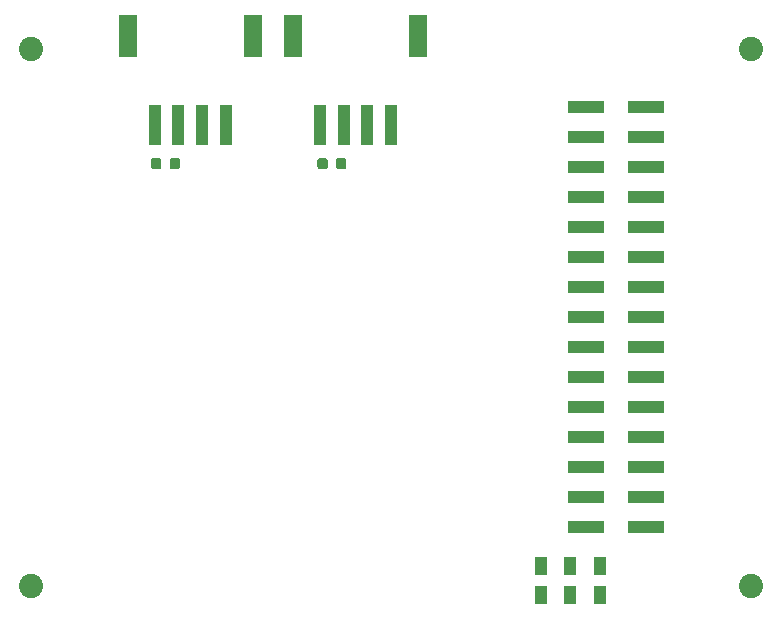
<source format=gbp>
G04 #@! TF.GenerationSoftware,KiCad,Pcbnew,(5.0.0)*
G04 #@! TF.CreationDate,2020-06-15T03:52:37+09:00*
G04 #@! TF.ProjectId,WioTerminal_M5Adapter,57696F5465726D696E616C5F4D354164,rev?*
G04 #@! TF.SameCoordinates,PX206cc80PYfe6f74f0*
G04 #@! TF.FileFunction,Paste,Bot*
G04 #@! TF.FilePolarity,Positive*
%FSLAX46Y46*%
G04 Gerber Fmt 4.6, Leading zero omitted, Abs format (unit mm)*
G04 Created by KiCad (PCBNEW (5.0.0)) date 06/15/20 03:52:37*
%MOMM*%
%LPD*%
G01*
G04 APERTURE LIST*
%ADD10C,2.050000*%
%ADD11R,1.000000X1.600000*%
%ADD12C,0.100000*%
%ADD13C,0.875000*%
%ADD14R,1.000000X3.400000*%
%ADD15R,1.500000X3.600000*%
%ADD16R,3.150000X1.000000*%
G04 APERTURE END LIST*
D10*
G04 #@! TO.C,MH4*
X-30500000Y22750000D03*
G04 #@! TD*
G04 #@! TO.C,MH1*
X-30500000Y-22750000D03*
G04 #@! TD*
G04 #@! TO.C,MH2*
X30500000Y-22750000D03*
G04 #@! TD*
G04 #@! TO.C,MH3*
X30500000Y22750000D03*
G04 #@! TD*
D11*
G04 #@! TO.C,SW1*
X17700000Y-21100000D03*
X15200000Y-21100000D03*
X12700000Y-21100000D03*
X12700000Y-23500000D03*
X17700000Y-23500000D03*
X15200000Y-23500000D03*
G04 #@! TD*
D12*
G04 #@! TO.C,C12*
G36*
X-5547309Y13473947D02*
X-5526074Y13470797D01*
X-5505250Y13465581D01*
X-5485038Y13458349D01*
X-5465632Y13449170D01*
X-5447219Y13438134D01*
X-5429976Y13425346D01*
X-5414070Y13410930D01*
X-5399654Y13395024D01*
X-5386866Y13377781D01*
X-5375830Y13359368D01*
X-5366651Y13339962D01*
X-5359419Y13319750D01*
X-5354203Y13298926D01*
X-5351053Y13277691D01*
X-5350000Y13256250D01*
X-5350000Y12743750D01*
X-5351053Y12722309D01*
X-5354203Y12701074D01*
X-5359419Y12680250D01*
X-5366651Y12660038D01*
X-5375830Y12640632D01*
X-5386866Y12622219D01*
X-5399654Y12604976D01*
X-5414070Y12589070D01*
X-5429976Y12574654D01*
X-5447219Y12561866D01*
X-5465632Y12550830D01*
X-5485038Y12541651D01*
X-5505250Y12534419D01*
X-5526074Y12529203D01*
X-5547309Y12526053D01*
X-5568750Y12525000D01*
X-6006250Y12525000D01*
X-6027691Y12526053D01*
X-6048926Y12529203D01*
X-6069750Y12534419D01*
X-6089962Y12541651D01*
X-6109368Y12550830D01*
X-6127781Y12561866D01*
X-6145024Y12574654D01*
X-6160930Y12589070D01*
X-6175346Y12604976D01*
X-6188134Y12622219D01*
X-6199170Y12640632D01*
X-6208349Y12660038D01*
X-6215581Y12680250D01*
X-6220797Y12701074D01*
X-6223947Y12722309D01*
X-6225000Y12743750D01*
X-6225000Y13256250D01*
X-6223947Y13277691D01*
X-6220797Y13298926D01*
X-6215581Y13319750D01*
X-6208349Y13339962D01*
X-6199170Y13359368D01*
X-6188134Y13377781D01*
X-6175346Y13395024D01*
X-6160930Y13410930D01*
X-6145024Y13425346D01*
X-6127781Y13438134D01*
X-6109368Y13449170D01*
X-6089962Y13458349D01*
X-6069750Y13465581D01*
X-6048926Y13470797D01*
X-6027691Y13473947D01*
X-6006250Y13475000D01*
X-5568750Y13475000D01*
X-5547309Y13473947D01*
X-5547309Y13473947D01*
G37*
D13*
X-5787500Y13000000D03*
D12*
G36*
X-3972309Y13473947D02*
X-3951074Y13470797D01*
X-3930250Y13465581D01*
X-3910038Y13458349D01*
X-3890632Y13449170D01*
X-3872219Y13438134D01*
X-3854976Y13425346D01*
X-3839070Y13410930D01*
X-3824654Y13395024D01*
X-3811866Y13377781D01*
X-3800830Y13359368D01*
X-3791651Y13339962D01*
X-3784419Y13319750D01*
X-3779203Y13298926D01*
X-3776053Y13277691D01*
X-3775000Y13256250D01*
X-3775000Y12743750D01*
X-3776053Y12722309D01*
X-3779203Y12701074D01*
X-3784419Y12680250D01*
X-3791651Y12660038D01*
X-3800830Y12640632D01*
X-3811866Y12622219D01*
X-3824654Y12604976D01*
X-3839070Y12589070D01*
X-3854976Y12574654D01*
X-3872219Y12561866D01*
X-3890632Y12550830D01*
X-3910038Y12541651D01*
X-3930250Y12534419D01*
X-3951074Y12529203D01*
X-3972309Y12526053D01*
X-3993750Y12525000D01*
X-4431250Y12525000D01*
X-4452691Y12526053D01*
X-4473926Y12529203D01*
X-4494750Y12534419D01*
X-4514962Y12541651D01*
X-4534368Y12550830D01*
X-4552781Y12561866D01*
X-4570024Y12574654D01*
X-4585930Y12589070D01*
X-4600346Y12604976D01*
X-4613134Y12622219D01*
X-4624170Y12640632D01*
X-4633349Y12660038D01*
X-4640581Y12680250D01*
X-4645797Y12701074D01*
X-4648947Y12722309D01*
X-4650000Y12743750D01*
X-4650000Y13256250D01*
X-4648947Y13277691D01*
X-4645797Y13298926D01*
X-4640581Y13319750D01*
X-4633349Y13339962D01*
X-4624170Y13359368D01*
X-4613134Y13377781D01*
X-4600346Y13395024D01*
X-4585930Y13410930D01*
X-4570024Y13425346D01*
X-4552781Y13438134D01*
X-4534368Y13449170D01*
X-4514962Y13458349D01*
X-4494750Y13465581D01*
X-4473926Y13470797D01*
X-4452691Y13473947D01*
X-4431250Y13475000D01*
X-3993750Y13475000D01*
X-3972309Y13473947D01*
X-3972309Y13473947D01*
G37*
D13*
X-4212500Y13000000D03*
G04 #@! TD*
D12*
G04 #@! TO.C,C13*
G36*
X-18059809Y13473947D02*
X-18038574Y13470797D01*
X-18017750Y13465581D01*
X-17997538Y13458349D01*
X-17978132Y13449170D01*
X-17959719Y13438134D01*
X-17942476Y13425346D01*
X-17926570Y13410930D01*
X-17912154Y13395024D01*
X-17899366Y13377781D01*
X-17888330Y13359368D01*
X-17879151Y13339962D01*
X-17871919Y13319750D01*
X-17866703Y13298926D01*
X-17863553Y13277691D01*
X-17862500Y13256250D01*
X-17862500Y12743750D01*
X-17863553Y12722309D01*
X-17866703Y12701074D01*
X-17871919Y12680250D01*
X-17879151Y12660038D01*
X-17888330Y12640632D01*
X-17899366Y12622219D01*
X-17912154Y12604976D01*
X-17926570Y12589070D01*
X-17942476Y12574654D01*
X-17959719Y12561866D01*
X-17978132Y12550830D01*
X-17997538Y12541651D01*
X-18017750Y12534419D01*
X-18038574Y12529203D01*
X-18059809Y12526053D01*
X-18081250Y12525000D01*
X-18518750Y12525000D01*
X-18540191Y12526053D01*
X-18561426Y12529203D01*
X-18582250Y12534419D01*
X-18602462Y12541651D01*
X-18621868Y12550830D01*
X-18640281Y12561866D01*
X-18657524Y12574654D01*
X-18673430Y12589070D01*
X-18687846Y12604976D01*
X-18700634Y12622219D01*
X-18711670Y12640632D01*
X-18720849Y12660038D01*
X-18728081Y12680250D01*
X-18733297Y12701074D01*
X-18736447Y12722309D01*
X-18737500Y12743750D01*
X-18737500Y13256250D01*
X-18736447Y13277691D01*
X-18733297Y13298926D01*
X-18728081Y13319750D01*
X-18720849Y13339962D01*
X-18711670Y13359368D01*
X-18700634Y13377781D01*
X-18687846Y13395024D01*
X-18673430Y13410930D01*
X-18657524Y13425346D01*
X-18640281Y13438134D01*
X-18621868Y13449170D01*
X-18602462Y13458349D01*
X-18582250Y13465581D01*
X-18561426Y13470797D01*
X-18540191Y13473947D01*
X-18518750Y13475000D01*
X-18081250Y13475000D01*
X-18059809Y13473947D01*
X-18059809Y13473947D01*
G37*
D13*
X-18300000Y13000000D03*
D12*
G36*
X-19634809Y13473947D02*
X-19613574Y13470797D01*
X-19592750Y13465581D01*
X-19572538Y13458349D01*
X-19553132Y13449170D01*
X-19534719Y13438134D01*
X-19517476Y13425346D01*
X-19501570Y13410930D01*
X-19487154Y13395024D01*
X-19474366Y13377781D01*
X-19463330Y13359368D01*
X-19454151Y13339962D01*
X-19446919Y13319750D01*
X-19441703Y13298926D01*
X-19438553Y13277691D01*
X-19437500Y13256250D01*
X-19437500Y12743750D01*
X-19438553Y12722309D01*
X-19441703Y12701074D01*
X-19446919Y12680250D01*
X-19454151Y12660038D01*
X-19463330Y12640632D01*
X-19474366Y12622219D01*
X-19487154Y12604976D01*
X-19501570Y12589070D01*
X-19517476Y12574654D01*
X-19534719Y12561866D01*
X-19553132Y12550830D01*
X-19572538Y12541651D01*
X-19592750Y12534419D01*
X-19613574Y12529203D01*
X-19634809Y12526053D01*
X-19656250Y12525000D01*
X-20093750Y12525000D01*
X-20115191Y12526053D01*
X-20136426Y12529203D01*
X-20157250Y12534419D01*
X-20177462Y12541651D01*
X-20196868Y12550830D01*
X-20215281Y12561866D01*
X-20232524Y12574654D01*
X-20248430Y12589070D01*
X-20262846Y12604976D01*
X-20275634Y12622219D01*
X-20286670Y12640632D01*
X-20295849Y12660038D01*
X-20303081Y12680250D01*
X-20308297Y12701074D01*
X-20311447Y12722309D01*
X-20312500Y12743750D01*
X-20312500Y13256250D01*
X-20311447Y13277691D01*
X-20308297Y13298926D01*
X-20303081Y13319750D01*
X-20295849Y13339962D01*
X-20286670Y13359368D01*
X-20275634Y13377781D01*
X-20262846Y13395024D01*
X-20248430Y13410930D01*
X-20232524Y13425346D01*
X-20215281Y13438134D01*
X-20196868Y13449170D01*
X-20177462Y13458349D01*
X-20157250Y13465581D01*
X-20136426Y13470797D01*
X-20115191Y13473947D01*
X-20093750Y13475000D01*
X-19656250Y13475000D01*
X-19634809Y13473947D01*
X-19634809Y13473947D01*
G37*
D13*
X-19875000Y13000000D03*
G04 #@! TD*
D14*
G04 #@! TO.C,J3*
X0Y16300000D03*
X-2000000Y16300000D03*
X-4000000Y16300000D03*
X-6000000Y16300000D03*
D15*
X-8300000Y23800000D03*
X2300000Y23800000D03*
G04 #@! TD*
G04 #@! TO.C,J4*
X-11700000Y23800000D03*
X-22300000Y23800000D03*
D14*
X-20000000Y16300000D03*
X-18000000Y16300000D03*
X-16000000Y16300000D03*
X-14000000Y16300000D03*
G04 #@! TD*
D16*
G04 #@! TO.C,J5*
X16525000Y-17780000D03*
X21575000Y-17780000D03*
X16525000Y-15240000D03*
X21575000Y-15240000D03*
X16525000Y-12700000D03*
X21575000Y-12700000D03*
X16525000Y-10160000D03*
X21575000Y-10160000D03*
X16525000Y-7620000D03*
X21575000Y-7620000D03*
X16525000Y-5080000D03*
X21575000Y-5080000D03*
X16525000Y-2540000D03*
X21575000Y-2540000D03*
X16525000Y0D03*
X21575000Y0D03*
X16525000Y2540000D03*
X21575000Y2540000D03*
X16525000Y5080000D03*
X21575000Y5080000D03*
X16525000Y7620000D03*
X21575000Y7620000D03*
X16525000Y10160000D03*
X21575000Y10160000D03*
X16525000Y12700000D03*
X21575000Y12700000D03*
X16525000Y15240000D03*
X21575000Y15240000D03*
X16525000Y17780000D03*
X21575000Y17780000D03*
G04 #@! TD*
M02*

</source>
